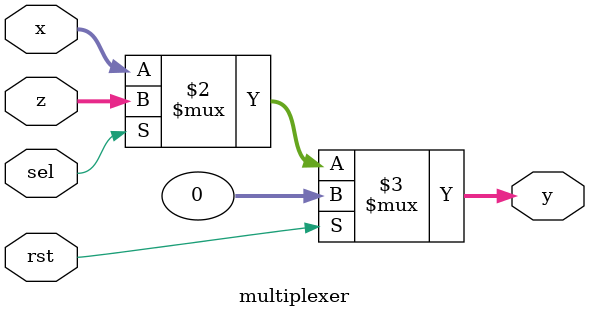
<source format=v>
`timescale 1ns / 1ps
module multiplexer(x,z,sel,y,rst);
input [31:0]x,z;
input sel,rst;
output [31:0]y;
 // Select output based on sel signal, reset to zero if rst is high
assign y = ( rst )? 0 : 
            (sel == 0)? x : z;

endmodule

</source>
